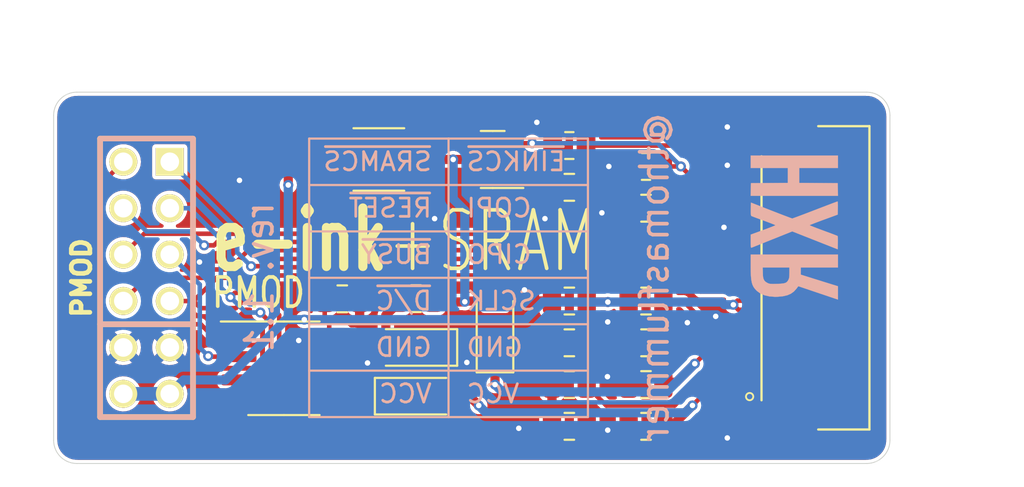
<source format=kicad_pcb>
(kicad_pcb (version 20201220) (generator pcbnew)
  (title_block (title "e-ink PMOD with SPI SRAM") (rev "1.1") (company "hackmeister.dk"))
  (layers (0 "F.Cu" signal) (31 "B.Cu" signal) (34 "B.Paste" user) (35 "F.Paste" user) (36 "B.SilkS" user "B.Silkscreen") (37 "F.SilkS" user "F.Silkscreen") (38 "B.Mask" user) (39 "F.Mask" user) (44 "Edge.Cuts" user))
  (net 0 "")
  (net 1 "GND")
  (net 2 "VGH")
  (net 3 "VGL")
  (net 4 "Net-(C9-Pad1)")
  (net 5 "Net-(C9-Pad2)")
  (net 6 "+3V3")
  (net 7 "RESE")
  (net 8 "GDR")
  (net 9 "Net-(C1-Pad1)")
  (net 10 "Net-(C2-Pad1)")
  (net 11 "Net-(C3-Pad1)")
  (net 12 "Net-(C4-Pad1)")
  (net 13 "Net-(C5-Pad1)")
  (net 14 "Net-(C6-Pad1)")
  (net 15 "SRAM_CS")
  (net 16 "COPI")
  (net 17 "EINK_CS")
  (net 18 "EINK_DC")
  (net 19 "EINK_RESET")
  (net 20 "EINK_BUSY")
  (net 21 "Net-(C11-Pad1)")
  (net 22 "CIPO")
  (net 23 "SCLK")
  (net 24 "Net-(X1-Pad7)")
  (net 25 "Net-(X1-Pad6)")
  (net 26 "Net-(X1-Pad1)")
  (footprint "Capacitor_SMD:C_0805_2012Metric" (layer "F.Cu") (at 114.554 75.057 180)
    (fp_text reference "C1" hide)
    (fp_text value "1uF")
    (fp_line (start -0.261252 0.735) (end 0.261252 0.735) (layer "F.SilkS") (width 0.12))
    (fp_line (start -0.261252 -0.735) (end 0.261252 -0.735) (layer "F.SilkS") (width 0.12))
    (pad "1" smd roundrect (at -0.95 0 180) (size 1 1.45) (layers "F.Cu" "F.Paste" "F.Mask") (net 9 "Net-(C1-Pad1)"))
    (pad "2" smd roundrect (at 0.95 0 180) (size 1 1.45) (layers "F.Cu" "F.Paste" "F.Mask") (net 1 "GND"))
  )
  (footprint "Capacitor_SMD:C_0805_2012Metric" (layer "F.Cu") (at 118.745 76.2 180)
    (fp_text reference "C2" hide)
    (fp_text value "1uF")
    (fp_line (start -0.261252 -0.735) (end 0.261252 -0.735) (layer "F.SilkS") (width 0.12))
    (fp_line (start -0.261252 0.735) (end 0.261252 0.735) (layer "F.SilkS") (width 0.12))
    (pad "1" smd roundrect (at -0.95 0 180) (size 1 1.45) (layers "F.Cu" "F.Paste" "F.Mask") (net 10 "Net-(C2-Pad1)"))
    (pad "2" smd roundrect (at 0.95 0 180) (size 1 1.45) (layers "F.Cu" "F.Paste" "F.Mask") (net 1 "GND"))
  )
  (footprint "Capacitor_SMD:C_0805_2012Metric" (layer "F.Cu") (at 114.554 83.566 180)
    (fp_text reference "C4" hide)
    (fp_text value "1uF")
    (fp_line (start -0.261252 -0.735) (end 0.261252 -0.735) (layer "F.SilkS") (width 0.12))
    (fp_line (start -0.261252 0.735) (end 0.261252 0.735) (layer "F.SilkS") (width 0.12))
    (pad "1" smd roundrect (at -0.95 0 180) (size 1 1.45) (layers "F.Cu" "F.Paste" "F.Mask") (net 12 "Net-(C4-Pad1)"))
    (pad "2" smd roundrect (at 0.95 0 180) (size 1 1.45) (layers "F.Cu" "F.Paste" "F.Mask") (net 1 "GND"))
  )
  (footprint "Capacitor_SMD:C_0805_2012Metric" (layer "F.Cu") (at 114.554 85.852 180)
    (fp_text reference "C5" hide)
    (fp_text value "1uF")
    (fp_line (start -0.261252 -0.735) (end 0.261252 -0.735) (layer "F.SilkS") (width 0.12))
    (fp_line (start -0.261252 0.735) (end 0.261252 0.735) (layer "F.SilkS") (width 0.12))
    (pad "1" smd roundrect (at -0.95 0 180) (size 1 1.45) (layers "F.Cu" "F.Paste" "F.Mask") (net 13 "Net-(C5-Pad1)"))
    (pad "2" smd roundrect (at 0.95 0 180) (size 1 1.45) (layers "F.Cu" "F.Paste" "F.Mask") (net 1 "GND"))
  )
  (footprint "Capacitor_SMD:C_0805_2012Metric" (layer "F.Cu") (at 114.554 88.138 180)
    (fp_text reference "C6" hide)
    (fp_text value "1uF")
    (fp_line (start -0.261252 0.735) (end 0.261252 0.735) (layer "F.SilkS") (width 0.12))
    (fp_line (start -0.261252 -0.735) (end 0.261252 -0.735) (layer "F.SilkS") (width 0.12))
    (pad "1" smd roundrect (at -0.95 0 180) (size 1 1.45) (layers "F.Cu" "F.Paste" "F.Mask") (net 14 "Net-(C6-Pad1)"))
    (pad "2" smd roundrect (at 0.95 0 180) (size 1 1.45) (layers "F.Cu" "F.Paste" "F.Mask") (net 1 "GND"))
  )
  (footprint "Capacitor_SMD:C_0805_2012Metric" (layer "F.Cu") (at 118.745 85.852)
    (fp_text reference "C7" hide)
    (fp_text value "1uF")
    (fp_line (start -0.261252 -0.735) (end 0.261252 -0.735) (layer "F.SilkS") (width 0.12))
    (fp_line (start -0.261252 0.735) (end 0.261252 0.735) (layer "F.SilkS") (width 0.12))
    (pad "1" smd roundrect (at -0.95 0) (size 1 1.45) (layers "F.Cu" "F.Paste" "F.Mask") (net 1 "GND"))
    (pad "2" smd roundrect (at 0.95 0) (size 1 1.45) (layers "F.Cu" "F.Paste" "F.Mask") (net 2 "VGH"))
  )
  (footprint "Capacitor_SMD:C_0805_2012Metric" (layer "F.Cu") (at 118.745 88.138)
    (fp_text reference "C8" hide)
    (fp_text value "1uF")
    (fp_line (start -0.261252 0.735) (end 0.261252 0.735) (layer "F.SilkS") (width 0.12))
    (fp_line (start -0.261252 -0.735) (end 0.261252 -0.735) (layer "F.SilkS") (width 0.12))
    (pad "1" smd roundrect (at -0.95 0) (size 1 1.45) (layers "F.Cu" "F.Paste" "F.Mask") (net 1 "GND"))
    (pad "2" smd roundrect (at 0.95 0) (size 1 1.45) (layers "F.Cu" "F.Paste" "F.Mask") (net 3 "VGL"))
  )
  (footprint "Capacitor_SMD:C_0805_2012Metric" (layer "F.Cu") (at 106.172 81.15)
    (fp_text reference "C9" hide)
    (fp_text value "1uF")
    (fp_line (start -0.261252 0.735) (end 0.261252 0.735) (layer "F.SilkS") (width 0.12))
    (fp_line (start -0.261252 -0.735) (end 0.261252 -0.735) (layer "F.SilkS") (width 0.12))
    (pad "1" smd roundrect (at -0.95 0) (size 1 1.45) (layers "F.Cu" "F.Paste" "F.Mask") (net 4 "Net-(C9-Pad1)"))
    (pad "2" smd roundrect (at 0.95 0) (size 1 1.45) (layers "F.Cu" "F.Paste" "F.Mask") (net 5 "Net-(C9-Pad2)"))
  )
  (footprint "Capacitor_SMD:C_0805_2012Metric" (layer "F.Cu") (at 114.554 81.28 180)
    (fp_text reference "C10" hide)
    (fp_text value "2.2uF")
    (fp_line (start -0.261252 0.735) (end 0.261252 0.735) (layer "F.SilkS") (width 0.12))
    (fp_line (start -0.261252 -0.735) (end 0.261252 -0.735) (layer "F.SilkS") (width 0.12))
    (pad "1" smd roundrect (at -0.95 0 180) (size 1 1.45) (layers "F.Cu" "F.Paste" "F.Mask") (net 6 "+3V3"))
    (pad "2" smd roundrect (at 0.95 0 180) (size 1 1.45) (layers "F.Cu" "F.Paste" "F.Mask") (net 1 "GND"))
  )
  (footprint "Diode_SMD:D_SOD-123" (layer "F.Cu") (at 106.172 86.487)
    (fp_text reference "D1" hide)
    (fp_text value "D_Schottky")
    (fp_line (start -2.25 -1) (end -2.25 1) (layer "F.SilkS") (width 0.12))
    (fp_line (start -2.25 1) (end 1.65 1) (layer "F.SilkS") (width 0.12))
    (fp_line (start -2.25 -1) (end 1.65 -1) (layer "F.SilkS") (width 0.12))
    (pad "1" smd rect (at -1.65 0) (size 0.9 1.2) (layers "F.Cu" "F.Paste" "F.Mask") (net 4 "Net-(C9-Pad1)"))
    (pad "2" smd rect (at 1.65 0) (size 0.9 1.2) (layers "F.Cu" "F.Paste" "F.Mask") (net 3 "VGL"))
  )
  (footprint "Diode_SMD:D_SOD-123" (layer "F.Cu") (at 106.172 83.82 180)
    (fp_text reference "D2" hide)
    (fp_text value "D_Schottky")
    (fp_line (start -2.25 1) (end 1.65 1) (layer "F.SilkS") (width 0.12))
    (fp_line (start -2.25 -1) (end -2.25 1) (layer "F.SilkS") (width 0.12))
    (fp_line (start -2.25 -1) (end 1.65 -1) (layer "F.SilkS") (width 0.12))
    (pad "1" smd rect (at -1.65 0 180) (size 0.9 1.2) (layers "F.Cu" "F.Paste" "F.Mask") (net 1 "GND"))
    (pad "2" smd rect (at 1.65 0 180) (size 0.9 1.2) (layers "F.Cu" "F.Paste" "F.Mask") (net 4 "Net-(C9-Pad1)"))
  )
  (footprint "Diode_SMD:D_SOD-123" (layer "F.Cu") (at 110.49 82.931 90)
    (fp_text reference "D3" hide)
    (fp_text value "D_Schottky")
    (fp_line (start -2.25 -1) (end -2.25 1) (layer "F.SilkS") (width 0.12))
    (fp_line (start -2.25 -1) (end 1.65 -1) (layer "F.SilkS") (width 0.12))
    (fp_line (start -2.25 1) (end 1.65 1) (layer "F.SilkS") (width 0.12))
    (pad "1" smd rect (at -1.65 0 90) (size 0.9 1.2) (layers "F.Cu" "F.Paste" "F.Mask") (net 2 "VGH"))
    (pad "2" smd rect (at 1.65 0 90) (size 0.9 1.2) (layers "F.Cu" "F.Paste" "F.Mask") (net 5 "Net-(C9-Pad2)"))
  )
  (footprint "Inductor_SMD:L_1812_4532Metric" (layer "F.Cu") (at 104.14 73.533 180)
    (fp_text reference "L1" hide)
    (fp_text value "68uH")
    (fp_line (start -1.386252 1.71) (end 1.386252 1.71) (layer "F.SilkS") (width 0.12))
    (fp_line (start -1.386252 -1.71) (end 1.386252 -1.71) (layer "F.SilkS") (width 0.12))
    (pad "1" smd roundrect (at -2.1375 0 180) (size 1.125 3.4) (layers "F.Cu" "F.Paste" "F.Mask") (roundrect_rratio 0.222222) (net 5 "Net-(C9-Pad2)"))
    (pad "2" smd roundrect (at 2.1375 0 180) (size 1.125 3.4) (layers "F.Cu" "F.Paste" "F.Mask") (roundrect_rratio 0.222222) (net 6 "+3V3"))
  )
  (footprint "Resistor_SMD:R_0805_2012Metric" (layer "F.Cu") (at 114.554 72.771 180)
    (fp_text reference "R1" hide)
    (fp_text value "10K")
    (fp_line (start -0.227064 0.735) (end 0.227064 0.735) (layer "F.SilkS") (width 0.12))
    (fp_line (start -0.227064 -0.735) (end 0.227064 -0.735) (layer "F.SilkS") (width 0.12))
    (pad "1" smd roundrect (at -0.9125 0 180) (size 1.025 1.4) (layers "F.Cu" "F.Paste" "F.Mask") (roundrect_rratio 0.243902) (net 8 "GDR"))
    (pad "2" smd roundrect (at 0.9125 0 180) (size 1.025 1.4) (layers "F.Cu" "F.Paste" "F.Mask") (roundrect_rratio 0.243902) (net 1 "GND"))
  )
  (footprint "Resistor_SMD:R_0805_2012Metric" (layer "F.Cu") (at 118.745 73.914 180)
    (fp_text reference "R2" hide)
    (fp_text value "2.2R")
    (fp_line (start -0.227064 -0.735) (end 0.227064 -0.735) (layer "F.SilkS") (width 0.12))
    (fp_line (start -0.227064 0.735) (end 0.227064 0.735) (layer "F.SilkS") (width 0.12))
    (pad "1" smd roundrect (at -0.9125 0 180) (size 1.025 1.4) (layers "F.Cu" "F.Paste" "F.Mask") (roundrect_rratio 0.243902) (net 7 "RESE"))
    (pad "2" smd roundrect (at 0.9125 0 180) (size 1.025 1.4) (layers "F.Cu" "F.Paste" "F.Mask") (roundrect_rratio 0.243902) (net 1 "GND"))
  )
  (footprint "Connectors:MOLEX_52435-2471" (layer "F.Cu") (at 124.46 80.01 90)
    (fp_text reference "X1" hide)
    (fp_text value "52435-2471" hide)
    (fp_poly (pts (xy -9.4 0.4) (xy -9.4 2.6) (xy -8.3 2.6) (xy -8.3 3.45) (xy -7 3.45) (xy -7 0.4)) (layer "F.Cu") (width 0) (fill solid))
    (fp_poly (pts (xy 9.4 0.4) (xy 9.4 2.6) (xy 8.3 2.6) (xy 8.3 3.45) (xy 7 3.45) (xy 7 0.4)) (layer "F.Cu") (width 0) (fill solid))
    (fp_poly (pts (xy 9.4 0.4) (xy 9.4 2.6) (xy 8.3 2.6) (xy 8.3 3.45) (xy 7 3.45) (xy 7 0.4)) (layer "F.Cu") (width 0) (fill solid))
    (fp_poly (pts (xy -9.4 0.4) (xy -9.4 2.6) (xy -8.3 2.6) (xy -8.3 3.45) (xy -7 3.45) (xy -7 0.4)) (layer "F.Cu") (width 0) (fill solid))
    (fp_line (start -8.3 6.5) (end -8.3 3.7) (layer "F.SilkS") (width 0.127))
    (fp_line (start 6.65 0.6) (end -6.7 0.6) (layer "F.SilkS") (width 0.127))
    (fp_line (start -8.3 6.5) (end 8.3 6.5) (layer "F.SilkS") (width 0.127))
    (fp_line (start 8.3 6.5) (end 8.3 3.7) (layer "F.SilkS") (width 0.127))
    (fp_circle (center -6.5 -0.05) (end -6.3 -0.05) (layer "F.SilkS") (width 0.1) (fill none))
    (pad "1" smd rect (at 5.75 0 90) (size 0.3 0.8) (layers "F.Cu" "F.Paste" "F.Mask") (net 26 "Net-(X1-Pad1)"))
    (pad "2" smd rect (at 5.25 0 90) (size 0.3 0.8) (layers "F.Cu" "F.Paste" "F.Mask") (net 8 "GDR"))
    (pad "3" smd rect (at 4.75 0 90) (size 0.3 0.8) (layers "F.Cu" "F.Paste" "F.Mask") (net 7 "RESE"))
    (pad "4" smd rect (at 4.25 0 90) (size 0.3 0.8) (layers "F.Cu" "F.Paste" "F.Mask") (net 9 "Net-(C1-Pad1)"))
    (pad "5" smd rect (at 3.75 0 90) (size 0.3 0.8) (layers "F.Cu" "F.Paste" "F.Mask") (net 10 "Net-(C2-Pad1)"))
    (pad "6" smd rect (at 3.25 0 90) (size 0.3 0.8) (layers "F.Cu" "F.Paste" "F.Mask") (net 25 "Net-(X1-Pad6)"))
    (pad "7" smd rect (at 2.75 0 90) (size 0.3 0.8) (layers "F.Cu" "F.Paste" "F.Mask") (net 24 "Net-(X1-Pad7)"))
    (pad "8" smd rect (at 2.25 0 90) (size 0.3 0.8) (layers "F.Cu" "F.Paste" "F.Mask") (net 1 "GND"))
    (pad "9" smd rect (at 1.75 0 90) (size 0.3 0.8) (layers "F.Cu" "F.Paste" "F.Mask") (net 20 "EINK_BUSY"))
    (pad "10" smd rect (at 1.25 0 90) (size 0.3 0.8) (layers "F.Cu" "F.Paste" "F.Mask") (net 19 "EINK_RESET"))
    (pad "11" smd rect (at 0.75 0 90) (size 0.3 0.8) (layers "F.Cu" "F.Paste" "F.Mask") (net 18 "EINK_DC"))
    (pad "12" smd rect (at 0.25 0 90) (size 0.3 0.8) (layers "F.Cu" "F.Paste" "F.Mask") (net 17 "EINK_CS"))
    (pad "13" smd rect (at -0.25 0 90) (size 0.3 0.8) (layers "F.Cu" "F.Paste" "F.Mask") (net 23 "SCLK"))
    (pad "14" smd rect (at -0.75 0 90) (size 0.3 0.8) (layers "F.Cu" "F.Paste" "F.Mask") (net 16 "COPI"))
    (pad "15" smd rect (at -1.25 0 90) (size 0.3 0.8) (layers "F.Cu" "F.Paste" "F.Mask") (net 6 "+3V3"))
    (pad "16" smd rect (at -1.75 0 90) (size 0.3 0.8) (layers "F.Cu" "F.Paste" "F.Mask") (net 6 "+3V3"))
    (pad "17" smd rect (at -2.25 0 90) (size 0.3 0.8) (layers "F.Cu" "F.Paste" "F.Mask") (net 1 "GND"))
    (pad "18" smd rect (at -2.75 0 90) (size 0.3 0.8) (layers "F.Cu" "F.Paste" "F.Mask") (net 11 "Net-(C3-Pad1)"))
    (pad "19" smd rect (at -3.25 0 90) (size 0.3 0.8) (layers "F.Cu" "F.Paste" "F.Mask") (net 21 "Net-(C11-Pad1)"))
    (pad "20" smd rect (at -3.75 0 90) (size 0.3 0.8) (layers "F.Cu" "F.Paste" "F.Mask") (net 12 "Net-(C4-Pad1)"))
    (pad "21" smd rect (at -4.25 0 90) (size 0.3 0.8) (layers "F.Cu" "F.Paste" "F.Mask") (net 2 "VGH"))
    (pad "22" smd rect (at -4.75 0 90) (size 0.3 0.8) (layers "F.Cu" "F.Paste" "F.Mask") (net 13 "Net-(C5-Pad1)"))
    (pad "23" smd rect (at -5.25 0 90) (size 0.3 0.8) (layers "F.Cu" "F.Paste" "F.Mask") (net 3 "VGL"))
    (pad "24" smd rect (at -5.75 0 90) (size 0.3 0.8) (layers "F.Cu" "F.Paste" "F.Mask") (net 14 "Net-(C6-Pad1)"))
  )
  (footprint "pmod-conn_6x2:pmod_pin_array_6x2" (layer "F.Cu") (at 91.44 80.01)
    (fp_text reference "PMOD" (at -3.556 0 90) (layer "F.SilkS") (effects (font (size 1.016 1.016) (thickness 0.254))))
    (fp_text value "QMOD-Device-x2-Type-1A-GPIO" hide)
    (fp_line (start 2.54 -7.62) (end -2.54 -7.62) (layer "B.SilkS") (width 0.3048))
    (fp_line (start -2.54 -7.62) (end -2.54 7.62) (layer "B.SilkS") (width 0.3048))
    (fp_line (start -2.54 7.62) (end 2.54 7.62) (layer "B.SilkS") (width 0.3048))
    (fp_line (start 2.54 7.62) (end 2.54 -7.62) (layer "B.SilkS") (width 0.3048))
    (fp_line (start 2.54 2.54) (end -2.54 2.54) (layer "B.SilkS") (width 0.3048))
    (fp_line (start -2.54 7.62) (end 2.54 7.62) (layer "F.SilkS") (width 0.3048))
    (fp_line (start 2.54 2.54) (end -2.54 2.54) (layer "F.SilkS") (width 0.3048))
    (fp_line (start 2.54 7.62) (end 2.54 -7.62) (layer "F.SilkS") (width 0.3048))
    (fp_line (start 2.54 -7.62) (end -2.54 -7.62) (layer "F.SilkS") (width 0.3048))
    (fp_line (start -2.54 -7.62) (end -2.54 7.62) (layer "F.SilkS") (width 0.3048))
    (pad "1" thru_hole circle (at -1.27 -6.35 270) (size 1.524 1.524) (drill 1.016) (layers *.Cu *.Mask "F.SilkS") (net 15 "SRAM_CS"))
    (pad "2" thru_hole rect (at 1.27 -6.35) (size 1.524 1.524) (drill 1.016) (layers *.Cu *.Mask "F.SilkS") (net 17 "EINK_CS"))
    (pad "3" thru_hole circle (at -1.27 -3.81 270) (size 1.524 1.524) (drill 1.016) (layers *.Cu *.Mask "F.SilkS") (net 19 "EINK_RESET"))
    (pad "4" thru_hole circle (at 1.27 -3.81 270) (size 1.524 1.524) (drill 1.016) (layers *.Cu *.Mask "F.SilkS") (net 16 "COPI"))
    (pad "5" thru_hole circle (at -1.27 -1.27 270) (size 1.524 1.524) (drill 1.016) (layers *.Cu *.Mask "F.SilkS") (net 20 "EINK_BUSY"))
    (pad "6" thru_hole circle (at 1.27 -1.27 270) (size 1.524 1.524) (drill 1.016) (layers *.Cu *.Mask "F.SilkS") (net 22 "CIPO"))
    (pad "7" thru_hole circle (at -1.27 1.27 270) (size 1.524 1.524) (drill 1.016) (layers *.Cu *.Mask "F.SilkS") (net 18 "EINK_DC"))
    (pad "8" thru_hole circle (at 1.27 1.27 270) (size 1.524 1.524) (drill 1.016) (layers *.Cu *.Mask "F.SilkS") (net 23 "SCLK"))
    (pad "9" thru_hole circle (at -1.27 3.81 270) (size 1.524 1.524) (drill 1.016) (layers *.Cu *.Mask "F.SilkS") (net 1 "GND"))
    (pad "10" thru_hole circle (at 1.27 3.81 270) (size 1.524 1.524) (drill 1.016) (layers *.Cu *.Mask "F.SilkS") (net 1 "GND"))
    (pad "11" thru_hole circle (at -1.27 6.35 270) (size 1.524 1.524) (drill 1.016) (layers *.Cu *.Mask "F.SilkS") (net 6 "+3V3"))
    (pad "12" thru_hole circle (at 1.27 6.35 270) (size 1.524 1.524) (drill 1.016) (layers *.Cu *.Mask "F.SilkS") (net 6 "+3V3"))
  )
  (footprint "Package_TO_SOT_SMD:SOT-23" (layer "F.Cu") (at 110.363 73.533 180)
    (fp_text reference "Q1" hide)
    (fp_text value "Q_NMOS_GSD")
    (fp_line (start 0 -1.56) (end -1.675 -1.56) (layer "F.SilkS") (width 0.12))
    (fp_line (start 0 -1.56) (end 0.65 -1.56) (layer "F.SilkS") (width 0.12))
    (fp_line (start 0 1.56) (end 0.65 1.56) (layer "F.SilkS") (width 0.12))
    (fp_line (start 0 1.56) (end -0.65 1.56) (layer "F.SilkS") (width 0.12))
    (pad "1" smd roundrect (at -0.9375 -0.95 180) (size 1.475 0.6) (layers "F.Cu" "F.Paste" "F.Mask") (net 8 "GDR"))
    (pad "2" smd roundrect (at -0.9375 0.95 180) (size 1.475 0.6) (layers "F.Cu" "F.Paste" "F.Mask") (net 7 "RESE"))
    (pad "3" smd roundrect (at 0.9375 0 180) (size 1.475 0.6) (layers "F.Cu" "F.Paste" "F.Mask") (net 5 "Net-(C9-Pad2)"))
  )
  (footprint "Capacitor_SMD:C_0805_2012Metric" (layer "F.Cu") (at 118.745 83.566 180)
    (fp_text reference "C11" hide)
    (fp_text value "1uF")
    (fp_line (start -0.261252 -0.735) (end 0.261252 -0.735) (layer "F.SilkS") (width 0.12))
    (fp_line (start -0.261252 0.735) (end 0.261252 0.735) (layer "F.SilkS") (width 0.12))
    (pad "1" smd roundrect (at -0.95 0 180) (size 1 1.45) (layers "F.Cu" "F.Paste" "F.Mask") (net 21 "Net-(C11-Pad1)"))
    (pad "2" smd roundrect (at 0.95 0 180) (size 1 1.45) (layers "F.Cu" "F.Paste" "F.Mask") (net 1 "GND"))
  )
  (footprint "Capacitor_SMD:C_0805_2012Metric" (layer "F.Cu") (at 118.745 81.28 180)
    (fp_text reference "C3" hide)
    (fp_text value "1uF")
    (fp_line (start -0.261252 0.735) (end 0.261252 0.735) (layer "F.SilkS") (width 0.12))
    (fp_line (start -0.261252 -0.735) (end 0.261252 -0.735) (layer "F.SilkS") (width 0.12))
    (pad "1" smd roundrect (at -0.95 0 180) (size 1 1.45) (layers "F.Cu" "F.Paste" "F.Mask") (net 11 "Net-(C3-Pad1)"))
    (pad "2" smd roundrect (at 0.95 0 180) (size 1 1.45) (layers "F.Cu" "F.Paste" "F.Mask") (net 1 "GND"))
  )
  (footprint "Capacitor_SMD:C_0805_2012Metric" (layer "F.Cu") (at 102.14 81.16)
    (fp_text reference "C12" hide)
    (fp_text value "1uF")
    (fp_line (start -0.261252 0.735) (end 0.261252 0.735) (layer "F.SilkS") (width 0.12))
    (fp_line (start -0.261252 -0.735) (end 0.261252 -0.735) (layer "F.SilkS") (width 0.12))
    (pad "1" smd roundrect (at -0.95 0) (size 1 1.45) (layers "F.Cu" "F.Paste" "F.Mask") (net 6 "+3V3"))
    (pad "2" smd roundrect (at 0.95 0) (size 1 1.45) (layers "F.Cu" "F.Paste" "F.Mask") (net 1 "GND"))
  )
  (footprint "Package_SO:SOIC-8_3.9x4.9mm_P1.27mm" (layer "F.Cu") (at 98.95 84.96)
    (fp_text reference "U1" hide)
    (fp_text value "23K640-I/SN")
    (fp_line (start 0 2.56) (end 1.95 2.56) (layer "F.SilkS") (width 0.12))
    (fp_line (start 0 -2.56) (end -3.45 -2.56) (layer "F.SilkS") (width 0.12))
    (fp_line (start 0 2.56) (end -1.95 2.56) (layer "F.SilkS") (width 0.12))
    (fp_line (start 0 -2.56) (end 1.95 -2.56) (layer "F.SilkS") (width 0.12))
    (pad "1" smd roundrect (at -2.475 -1.905) (size 1.95 0.6) (layers "F.Cu" "F.Paste" "F.Mask") (net 15 "SRAM_CS"))
    (pad "2" smd roundrect (at -2.475 -0.635) (size 1.95 0.6) (layers "F.Cu" "F.Paste" "F.Mask") (net 22 "CIPO"))
    (pad "3" smd roundrect (at -2.475 0.635) (size 1.95 0.6) (layers "F.Cu" "F.Paste" "F.Mask"))
    (pad "4" smd roundrect (at -2.475 1.905) (size 1.95 0.6) (layers "F.Cu" "F.Paste" "F.Mask") (net 1 "GND"))
    (pad "5" smd roundrect (at 2.475 1.905) (size 1.95 0.6) (layers "F.Cu" "F.Paste" "F.Mask") (net 16 "COPI"))
    (pad "6" smd roundrect (at 2.475 0.635) (size 1.95 0.6) (layers "F.Cu" "F.Paste" "F.Mask") (net 23 "SCLK"))
    (pad "7" smd roundrect (at 2.475 -0.635) (size 1.95 0.6) (layers "F.Cu" "F.Paste" "F.Mask") (net 6 "+3V3"))
    (pad "8" smd roundrect (at 2.475 -1.905) (size 1.95 0.6) (layers "F.Cu" "F.Paste" "F.Mask") (net 6 "+3V3"))
  )
  (footprint "Aesthetics:HXR_logo_small" (layer "B.Cu") (at 126.84 79.98 -90)
    (fp_text reference "G***" hide)
    (fp_text value "LOGO" hide)
    (fp_poly (pts (xy -0.599722 2.370249) (xy -0.316172 2.367605) (xy -0.081575 2.35881) (xy 0.111399 2.34197) (xy 0.27008 2.315186) (xy 0.4018 2.276564) (xy 0.513888 2.224206) (xy 0.613675 2.156216) (xy 0.708491 2.070698) (xy 0.757937 2.019027) (xy 0.88906 1.8362) (xy 0.985093 1.611957) (xy 1.045089 1.349832) (xy 1.068098 1.053359) (xy 1.064606 0.876182) (xy 1.036787 0.600167) (xy 0.982238 0.368612) (xy 0.898022 0.174793) (xy 0.781202 0.011986) (xy 0.628841 -0.126532) (xy 0.625616 -0.128948) (xy 0.488276 -0.231482) (xy 0.833135 -1.251685) (xy 0.911099 -1.482462) (xy 0.983922 -1.698281) (xy 1.049491 -1.892859) (xy 1.105692 -2.059911) (xy 1.150411 -2.193153) (xy 1.181534 -2.286302) (xy 1.196947 -2.333073) (xy 1.197677 -2.335389) (xy 1.217359 -2.398889) (xy 0.491466 -2.398889) (xy 0.300303 -1.785056) (xy 0.235268 -1.576438) (xy 0.166542 -1.356352) (xy 0.099081 -1.140643) (xy 0.037841 -0.945156) (xy -0.012223 -0.785734) (xy -0.017472 -0.769056) (xy -0.144085 -0.366889) (xy -0.536222 -0.366889) (xy -0.536222 -2.398889) (xy -1.241778 -2.398889) (xy -1.241778 0.254) (xy -0.536222 0.254) (xy -0.252876 0.254) (xy -0.108023 0.256422) (xy -0.004272 0.265145) (xy 0.073567 0.282353) (xy 0.140687 0.310229) (xy 0.141654 0.310721) (xy 0.216277 0.355559) (xy 0.271389 0.408965) (xy 0.310125 0.480021) (xy 0.335623 0.577808) (xy 0.35102 0.711409) (xy 0.359453 0.889903) (xy 0.360907 0.945444) (xy 0.363964 1.105038) (xy 0.363616 1.220063) (xy 0.358594 1.302355) (xy 0.347629 1.363749) (xy 0.329453 1.416082) (xy 0.305008 1.46691) (xy 0.246682 1.560604) (xy 0.176729 1.627357) (xy 0.084506 1.672) (xy -0.040629 1.699361) (xy -0.209318 1.714273) (xy -0.243657 1.715942) (xy -0.536222 1.728954) (xy -0.536222 0.254) (xy -1.241778 0.254) (xy -1.241778 2.370666) (xy -0.599722 2.370249)) (layer "B.SilkS") (width 0.01) (fill solid))
    (fp_poly (pts (xy -1.812515 2.369401) (xy -1.706375 2.365166) (xy -1.643442 2.357299) (xy -1.617123 2.345142) (xy -1.616209 2.335389) (xy -1.629315 2.302375) (xy -1.661155 2.222611) (xy -1.709472 2.10174) (xy -1.772005 1.945408) (xy -1.846499 1.75926) (xy -1.930693 1.54894) (xy -2.022331 1.320093) (xy -2.070652 1.199444) (xy -2.511513 0.098778) (xy -1.531237 -2.384778) (xy -1.885162 -2.392712) (xy -2.021206 -2.394064) (xy -2.136219 -2.392008) (xy -2.218757 -2.386976) (xy -2.257375 -2.379402) (xy -2.258313 -2.378601) (xy -2.272649 -2.347342) (xy -2.30363 -2.269953) (xy -2.34862 -2.15335) (xy -2.404983 -2.004451) (xy -2.470081 -1.830176) (xy -2.541279 -1.63744) (xy -2.554433 -1.601611) (xy -2.626184 -1.407604) (xy -2.692253 -1.232055) (xy -2.750039 -1.081626) (xy -2.796942 -0.96298) (xy -2.830363 -0.882779) (xy -2.847703 -0.847686) (xy -2.848997 -0.846667) (xy -2.862823 -0.872109) (xy -2.893261 -0.944034) (xy -2.937741 -1.05584) (xy -2.993691 -1.200926) (xy -3.058541 -1.37269) (xy -3.129718 -1.564531) (xy -3.148518 -1.615722) (xy -3.430367 -2.384778) (xy -3.789517 -2.392677) (xy -3.924683 -2.393793) (xy -4.03652 -2.391177) (xy -4.114503 -2.385335) (xy -4.148103 -2.376774) (xy -4.148666 -2.375368) (xy -4.138796 -2.344648) (xy -4.110533 -2.266655) (xy -4.065901 -2.146737) (xy -4.006923 -1.990245) (xy -3.935623 -1.802527) (xy -3.854025 -1.588933) (xy -3.764151 -1.354812) (xy -3.683 -1.144277) (xy -3.587603 -0.896437) (xy -3.498782 -0.66413) (xy -3.418566 -0.452777) (xy -3.348984 -0.267799) (xy -3.292067 -0.114615) (xy -3.249844 0.001354) (xy -3.224344 0.074687) (xy -3.217333 0.099371) (xy -3.22734 0.132958) (xy -3.255934 0.213393) (xy -3.300972 0.335022) (xy -3.360312 0.492191) (xy -3.431812 0.679249) (xy -3.513329 0.890541) (xy -3.602721 1.120415) (xy -3.652166 1.246845) (xy -4.086999 2.356555) (xy -3.731986 2.36449) (xy -3.557654 2.365906) (xy -3.43804 2.361056) (xy -3.371754 2.349854) (xy -3.357397 2.340749) (xy -3.34264 2.306314) (xy -3.311621 2.226462) (xy -3.267221 2.108873) (xy -3.212324 1.961227) (xy -3.149811 1.791206) (xy -3.102898 1.662536) (xy -3.0371 1.483483) (xy -2.976881 1.323459) (xy -2.925072 1.189678) (xy -2.884504 1.089357) (xy -2.858008 1.029711) (xy -2.849178 1.016) (xy -2.834794 1.04138) (xy -2.804063 1.112829) (xy -2.759756 1.223307) (xy -2.704648 1.365776) (xy -2.641511 1.533196) (xy -2.582333 1.693333) (xy -2.334287 2.370666) (xy -1.968457 2.370666) (xy -1.812515 2.369401)) (layer "B.SilkS") (width 0.01) (fill solid))
    (fp_poly (pts (xy -4.459111 -2.400626) (xy -5.150555 -2.384778) (xy -5.165353 -0.282222) (xy -5.983111 -0.282222) (xy -5.983111 -2.398889) (xy -6.660444 -2.398889) (xy -6.660444 2.370666) (xy -5.983111 2.370666) (xy -5.983111 0.338666) (xy -5.165379 0.338666) (xy -5.157967 1.347611) (xy -5.150555 2.356555) (xy -4.804833 2.36448) (xy -4.459111 2.372403) (xy -4.459111 -2.400626)) (layer "B.SilkS") (width 0.01) (fill solid))
  )
  (gr_line (start 100.33 72.39) (end 107.95 72.39) (layer "B.SilkS") (width 0.12))
  (gr_line (start 115.57 87.63) (end 107.95 87.63) (layer "B.SilkS") (width 0.12))
  (gr_line (start 100.33 85.09) (end 115.57 85.09) (layer "B.SilkS") (width 0.12))
  (gr_line (start 115.57 82.55) (end 100.33 82.55) (layer "B.SilkS") (width 0.12))
  (gr_line (start 107.95 72.39) (end 115.57 72.39) (layer "B.SilkS") (width 0.12))
  (gr_line (start 107.95 87.63) (end 100.33 87.63) (layer "B.SilkS") (width 0.12))
  (gr_line (start 100.33 80.01) (end 115.57 80.01) (layer "B.SilkS") (width 0.12))
  (gr_line (start 115.57 72.39) (end 115.57 87.63) (layer "B.SilkS") (width 0.12))
  (gr_line (start 100.33 74.93) (end 115.57 74.93) (layer "B.SilkS") (width 0.12))
  (gr_line (start 115.57 77.47) (end 100.33 77.47) (layer "B.SilkS") (width 0.12))
  (gr_line (start 100.33 87.63) (end 100.33 72.39) (layer "B.SilkS") (width 0.12))
  (gr_line (start 107.95 72.39) (end 107.95 87.63) (layer "B.SilkS") (width 0.12))
  (gr_line (start 86.36 88.9) (end 86.36 71.12) (layer "Edge.Cuts") (width 0.05))
  (gr_arc (start 87.63 71.12) (end 87.63 69.85) (angle -90) (layer "Edge.Cuts") (width 0.05))
  (gr_line (start 87.63 69.85) (end 130.81 69.85) (layer "Edge.Cuts") (width 0.05))
  (gr_arc (start 130.81 88.9) (end 130.81 90.17) (angle -90) (layer "Edge.Cuts") (width 0.05))
  (gr_arc (start 130.81 71.12) (end 132.08 71.12) (angle -90) (layer "Edge.Cuts") (width 0.05))
  (gr_arc (start 87.63 88.9) (end 86.36 88.9) (angle -90) (layer "Edge.Cuts") (width 0.05))
  (gr_line (start 132.08 71.12) (end 132.08 88.9) (layer "Edge.Cuts") (width 0.05))
  (gr_line (start 130.81 90.17) (end 87.63 90.17) (layer "Edge.Cuts") (width 0.05))
  (gr_text "@thomasflummer" (at 119.21 79.98 90) (layer "B.SilkS") (effects (font (size 1.5 1.4) (thickness 0.2)) (justify mirror)))
  (gr_text "VCC" (at 107.12 86.35) (layer "B.SilkS") (effects (font (size 1 1)) (justify left mirror)))
  (gr_text "~RESET" (at 107.12 76.19) (layer "B.SilkS") (effects (font (size 1 1)) (justify left mirror)))
  (gr_text "COPI" (at 108.85 76.19) (layer "B.SilkS") (effects (font (size 1 1)) (justify right mirror)))
  (gr_text "GND" (at 108.85 83.81) (layer "B.SilkS") (effects (font (size 1 1)) (justify right mirror)))
  (gr_text "~SRAMCS" (at 107.12 73.65) (layer "B.SilkS") (effects (font (size 1 1)) (justify left mirror)))
  (gr_text "SCLK" (at 108.85 81.27) (layer "B.SilkS") (effects (font (size 1 1)) (justify right mirror)))
  (gr_text "rev. 1.1" (at 97.61 79.98 90) (layer "B.SilkS") (effects (font (size 1.5 1.4) (thickness 0.2)) (justify mirror)))
  (gr_text "~BUSY" (at 107.12 78.73) (layer "B.SilkS") (effects (font (size 1 1)) (justify left mirror)))
  (gr_text "~D/C" (at 107.12 81.27) (layer "B.SilkS") (effects (font (size 1 1)) (justify left mirror)))
  (gr_text "GND" (at 107.12 83.81) (layer "B.SilkS") (effects (font (size 1 1)) (justify left mirror)))
  (gr_text "VCC" (at 108.85 86.35) (layer "B.SilkS") (effects (font (size 1 1)) (justify right mirror)))
  (gr_text "CIPO" (at 108.85 78.73) (layer "B.SilkS") (effects (font (size 1 1)) (justify right mirror)))
  (gr_text "~EINKCS" (at 108.85 73.65) (layer "B.SilkS") (effects (font (size 1 1)) (justify right mirror)))
  (gr_text "e-ink" (at 94.766 77.9344) (layer "F.SilkS") (effects (font (size 3.2 2.2) (thickness 0.5)) (justify left)))
  (gr_text "PMOD" (at 97.56 80.83) (layer "F.SilkS") (effects (font (size 1.6 1.2) (thickness 0.2))))
  (gr_text "+SRAM" (at 104.49 78.02) (layer "F.SilkS") (effects (font (size 3.2 2.2) (thickness 0.2)) (justify left)))
  (via (at 111.789184 88.245009) (size 0.55) (drill 0.3) (layers "F.Cu" "B.Cu") (net 1))
  (via (at 123.19 71.755) (size 0.55) (drill 0.3) (layers "F.Cu" "B.Cu") (net 1))
  (via (at 116.65204 88.34628) (size 0.55) (drill 0.3) (layers "F.Cu" "B.Cu") (net 1))
  (via (at 99.7585 83.439) (size 0.55) (drill 0.3) (layers "F.Cu" "B.Cu") (net 1))
  (via (at 116.65204 82.423) (size 0.55) (drill 0.3) (layers "F.Cu" "B.Cu") (net 1))
  (via (at 113.2205 76.7715) (size 0.55) (drill 0.3) (layers "F.Cu" "B.Cu") (net 1))
  (via (at 116.332 76.454) (size 0.55) (drill 0.3) (layers "F.Cu" "B.Cu") (net 1))
  (via (at 108.95 84.64) (size 0.55) (drill 0.3) (layers "F.Cu" "B.Cu") (net 1))
  (via (at 116.713 73.914) (size 0.55) (drill 0.3) (layers "F.Cu" "B.Cu") (net 1))
  (via (at 112.1 80.67) (size 0.55) (drill 0.3) (layers "F.Cu" "B.Cu") (net 1))
  (via (at 112.776 71.501) (size 0.55) (drill 0.3) (layers "F.Cu" "B.Cu") (net 1))
  (via (at 94.3356 79.1464) (size 0.55) (drill 0.3) (layers "F.Cu" "B.Cu") (net 1))
  (via (at 107.188 76.7715) (size 0.55) (drill 0.3) (layers "F.Cu" "B.Cu") (net 1))
  (via (at 122.555 82.1182) (size 0.55) (drill 0.3) (layers "F.Cu" "B.Cu") (net 1))
  (via (at 123.19 88.773) (size 0.55) (drill 0.3) (layers "F.Cu" "B.Cu") (net 1))
  (via (at 123.19 73.8505) (size 0.55) (drill 0.3) (layers "F.Cu" "B.Cu") (net 1))
  (via (at 96.52 74.676) (size 0.55) (drill 0.3) (layers "F.Cu" "B.Cu") (net 1))
  (via (at 123.00712 77.24648) (size 0.55) (drill 0.3) (layers "F.Cu" "B.Cu") (net 1))
  (via (at 103.52 84.67) (size 0.55) (drill 0.3) (layers "F.Cu" "B.Cu") (net 1))
  (via (at 116.6368 85.4202) (size 0.55) (drill 0.3) (layers "F.Cu" "B.Cu") (net 1))
  (via (at 121.0056 82.46364) (size 0.55) (drill 0.3) (layers "F.Cu" "B.Cu") (net 1))
  (segment (start 120.396 85.724988) (end 119.872012 85.724988) (width 0.5) (layer "F.Cu") (net 2))
  (segment (start 121.860988 84.26) (end 121.811987 84.309001) (width 0.25) (layer "F.Cu") (net 2))
  (segment (start 124.46 84.26) (end 121.860988 84.26) (width 0.25) (layer "F.Cu") (net 2))
  (segment (start 121.411988 84.709) (end 120.396 85.724988) (width 0.5) (layer "F.Cu") (net 2))
  (segment (start 121.811987 84.309001) (end 121.411988 84.709) (width 0.25) (layer "F.Cu") (net 2))
  (segment (start 110.49 85.852) (end 110.49 84.581) (width 0.5) (layer "F.Cu") (net 2))
  (segment (start 119.872012 85.724988) (end 119.745 85.852) (width 0.5) (layer "F.Cu") (net 2))
  (via (at 110.49 85.852) (size 0.55) (drill 0.3) (layers "F.Cu" "B.Cu") (net 2))
  (via (at 121.411988 84.709) (size 0.55) (drill 0.3) (layers "F.Cu" "B.Cu") (net 2))
  (segment (start 119.868989 86.251999) (end 121.011989 85.108999) (width 0.5) (layer "B.Cu") (net 2))
  (segment (start 110.889999 86.251999) (end 119.868989 86.251999) (width 0.5) (layer "B.Cu") (net 2))
  (segment (start 121.011989 85.108999) (end 121.411988 84.709) (width 0.5) (layer "B.Cu") (net 2))
  (segment (start 110.49 85.852) (end 110.889999 86.251999) (width 0.5) (layer "B.Cu") (net 2))
  (segment (start 120.142 88.138) (end 121.285 86.995) (width 0.5) (layer "F.Cu") (net 3))
  (segment (start 109.093 86.487) (end 109.601 86.995) (width 0.5) (layer "F.Cu") (net 3))
  (segment (start 124.46 85.26) (end 123.02 85.26) (width 0.25) (layer "F.Cu") (net 3))
  (segment (start 123.02 85.26) (end 121.285 86.995) (width 0.25) (layer "F.Cu") (net 3))
  (segment (start 107.822 86.487) (end 109.093 86.487) (width 0.5) (layer "F.Cu") (net 3))
  (segment (start 119.745 88.138) (end 120.142 88.138) (width 0.5) (layer "F.Cu") (net 3))
  (via (at 109.601 86.995) (size 0.55) (drill 0.3) (layers "F.Cu" "B.Cu") (net 3))
  (via (at 121.285 86.995) (size 0.55) (drill 0.3) (layers "F.Cu" "B.Cu") (net 3))
  (segment (start 110.000999 87.394999) (end 120.885001 87.394999) (width 0.5) (layer "B.Cu") (net 3))
  (segment (start 109.601 86.995) (end 110.000999 87.394999) (width 0.5) (layer "B.Cu") (net 3))
  (segment (start 120.885001 87.394999) (end 121.285 86.995) (width 0.5) (layer "B.Cu") (net 3))
  (segment (start 104.522 83.82) (end 104.522 82.057) (width 0.5) (layer "F.Cu") (net 4))
  (segment (start 104.522 86.487) (end 104.522 83.82) (width 0.5) (layer "F.Cu") (net 4))
  (segment (start 104.522 82.057) (end 105.172 81.407) (width 0.5) (layer "F.Cu") (net 4))
  (segment (start 110.49 81.281) (end 108.87699 81.281) (width 0.5) (layer "F.Cu") (net 5))
  (segment (start 107.249 81.33) (end 108.82799 81.33) (width 0.5) (layer "F.Cu") (net 5))
  (segment (start 108.87699 81.281) (end 108.839 81.31899) (width 0.5) (layer "F.Cu") (net 5))
  (segment (start 107.172 81.407) (end 107.249 81.33) (width 0.5) (layer "F.Cu") (net 5))
  (segment (start 109.363 73.533) (end 108.204 73.533) (width 0.5) (layer "F.Cu") (net 5))
  (segment (start 108.82799 81.33) (end 108.839 81.31899) (width 0.5) (layer "F.Cu") (net 5))
  (segment (start 106.58 73.533) (end 108.204 73.533) (width 0.5) (layer "F.Cu") (net 5))
  (via (at 108.204 73.533) (size 0.55) (drill 0.3) (layers "F.Cu" "B.Cu") (net 5))
  (via (at 108.839 81.31899) (size 0.55) (drill 0.3) (layers "F.Cu" "B.Cu") (net 5))
  (segment (start 108.204 75.692) (end 108.839 76.327) (width 0.5) (layer "B.Cu") (net 5))
  (segment (start 108.839 76.327) (end 108.839 81.31899) (width 0.5) (layer "B.Cu") (net 5))
  (segment (start 108.204 73.533) (end 108.204 75.692) (width 0.5) (layer "B.Cu") (net 5))
  (segment (start 101.124 82.296) (end 100.064 82.296) (width 0.25) (layer "F.Cu") (net 6))
  (segment (start 101.18 82.24) (end 101.124 82.296) (width 0.25) (layer "F.Cu") (net 6))
  (segment (start 102.875 84.325) (end 101.425 84.325) (width 0.25) (layer "F.Cu") (net 6))
  (segment (start 101.18 82.24) (end 101.18 81.34) (width 0.25) (layer "F.Cu") (net 6))
  (segment (start 101.425 83.055) (end 101.425 82.485) (width 0.25) (layer "F.Cu") (net 6))
  (segment (start 103.04 83.3) (end 103.04 84.16) (width 0.25) (layer "F.Cu") (net 6))
  (segment (start 115.609011 81.335011) (end 115.554 81.28) (width 0.5) (layer "F.Cu") (net 6))
  (segment (start 101.425 82.485) (end 101.18 82.24) (width 0.25) (layer "F.Cu") (net 6))
  (segment (start 115.574 81.26) (end 115.554 81.28) (width 0.25) (layer "F.Cu") (net 6))
  (segment (start 115.554 81.28) (end 115.554 81.405) (width 0.5) (layer "F.Cu") (net 6))
  (segment (start 103.04 84.16) (end 102.875 84.325) (width 0.25) (layer "F.Cu") (net 6))
  (segment (start 99.7585 73.533) (end 101.7 73.533) (width 0.5) (layer "F.Cu") (net 6))
  (segment (start 102.795 83.055) (end 103.04 83.3) (width 0.25) (layer "F.Cu") (net 6))
  (segment (start 99.187 74.93) (end 99.187 74.1045) (width 0.5) (layer "F.Cu") (net 6))
  (segment (start 99.187 74.1045) (end 99.7585 73.533) (width 0.5) (layer "F.Cu") (net 6))
  (segment (start 123.5202 81.4832) (end 123.797 81.76) (width 0.25) (layer "F.Cu") (net 6))
  (segment (start 101.425 83.055) (end 102.795 83.055) (width 0.25) (layer "F.Cu") (net 6))
  (segment (start 123.7434 81.26) (end 123.5202 81.4832) (width 0.25) (layer "F.Cu") (net 6))
  (segment (start 123.797 81.76) (end 124.46 81.76) (width 0.25) (layer "F.Cu") (net 6))
  (segment (start 124.46 81.26) (end 123.7434 81.26) (width 0.25) (layer "F.Cu") (net 6))
  (segment (start 116.657989 81.335011) (end 115.609011 81.335011) (width 0.5) (layer "F.Cu") (net 6))
  (via (at 100.064 82.296) (size 0.55) (drill 0.3) (layers "F.Cu" "B.Cu") (net 6))
  (via (at 116.657989 81.335011) (size 0.55) (drill 0.3) (layers "F.Cu" "B.Cu") (net 6))
  (via (at 99.187 74.93) (size 0.55) (drill 0.3) (layers "F.Cu" "B.Cu") (net 6))
  (via (at 123.5202 81.4832) (size 0.55) (drill 0.3) (layers "F.Cu" "B.Cu") (net 6))
  (segment (start 116.657989 81.335011) (end 122.889411 81.335011) (width 0.5) (layer "B.Cu") (net 6))
  (segment (start 116.657989 81.335011) (end 113.101989 81.335011) (width 0.5) (layer "B.Cu") (net 6))
  (segment (start 100.064 82.296) (end 99.314 82.296) (width 0.5) (layer "B.Cu") (net 6))
  (segment (start 90.17 86.36) (end 92.71 86.36) (width 0.75) (layer "B.Cu") (net 6))
  (segment (start 95.757999 85.598001) (end 99.187 82.169) (width 0.5) (layer "B.Cu") (net 6))
  (segment (start 99.187 74.93) (end 99.187 82.169) (width 0.5) (layer "B.Cu") (net 6))
  (segment (start 99.314 82.296) (end 99.187 82.169) (width 0.5) (layer "B.Cu") (net 6))
  (segment (start 92.71 86.36) (end 93.471999 85.598001) (width 0.5) (layer "B.Cu") (net 6))
  (segment (start 93.471999 85.598001) (end 95.757999 85.598001) (width 0.5) (layer "B.Cu") (net 6))
  (segment (start 113.101989 81.335011) (end 112.141 82.296) (width 0.5) (layer "B.Cu") (net 6))
  (segment (start 122.889411 81.335011) (end 123.0376 81.4832) (width 0.5) (layer "B.Cu") (net 6))
  (segment (start 123.0376 81.4832) (end 123.5202 81.4832) (width 0.5) (layer "B.Cu") (net 6))
  (segment (start 112.141 82.296) (end 100.064 82.296) (width 0.5) (layer "B.Cu") (net 6))
  (segment (start 111.424 72.644) (end 111.363 72.583) (width 0.25) (layer "F.Cu") (net 7))
  (segment (start 112.522 72.644) (end 111.424 72.644) (width 0.25) (layer "F.Cu") (net 7))
  (segment (start 124.46 75.26) (end 122.00108 75.26) (width 0.25) (layer "F.Cu") (net 7))
  (segment (start 122.00108 75.26) (end 120.65508 73.914) (width 0.25) (layer "F.Cu") (net 7))
  (segment (start 120.65 73.914) (end 119.695 73.914) (width 0.25) (layer "F.Cu") (net 7))
  (segment (start 120.65508 73.914) (end 120.65 73.914) (width 0.25) (layer "F.Cu") (net 7))
  (via (at 112.522 72.644) (size 0.55) (drill 0.3) (layers "F.Cu" "B.Cu") (net 7))
  (via (at 120.65 73.914) (size 0.55) (drill 0.3) (layers "F.Cu" "B.Cu") (net 7))
  (segment (start 120.65 73.914) (end 119.38 72.644) (width 0.25) (layer "B.Cu") (net 7))
  (segment (start 119.38 72.644) (end 112.522 72.644) (width 0.25) (layer "B.Cu") (net 7))
  (segment (start 114.675 73.9) (end 115.504 73.071) (width 0.25) (layer "F.Cu") (net 8))
  (segment (start 115.504 72.771) (end 120.53316 72.771) (width 0.25) (layer "F.Cu") (net 8))
  (segment (start 120.53316 72.771) (end 122.52216 74.76) (width 0.25) (layer "F.Cu") (net 8))
  (segment (start 111.363 74.483) (end 112.063 74.483) (width 0.25) (layer "F.Cu") (net 8))
  (segment (start 112.646 73.9) (end 114.675 73.9) (width 0.25) (layer "F.Cu") (net 8))
  (segment (start 115.504 73.071) (end 115.504 72.771) (width 0.25) (layer "F.Cu") (net 8))
  (segment (start 112.063 74.483) (end 112.646 73.9) (width 0.25) (layer "F.Cu") (net 8))
  (segment (start 122.52216 74.76) (end 124.46 74.76) (width 0.25) (layer "F.Cu") (net 8))
  (segment (start 121.29712 75.76) (end 120.59412 75.057) (width 0.25) (layer "F.Cu") (net 9))
  (segment (start 120.59412 75.057) (end 115.554 75.057) (width 0.25) (layer "F.Cu") (net 9))
  (segment (start 124.46 75.76) (end 121.29712 75.76) (width 0.25) (layer "F.Cu") (net 9))
  (segment (start 124.46 76.26) (end 119.805 76.26) (width 0.25) (layer "F.Cu") (net 10))
  (segment (start 119.805 76.26) (end 119.745 76.2) (width 0.25) (layer "F.Cu") (net 10))
  (segment (start 124.46 82.76) (end 122.257 82.76) (width 0.25) (layer "F.Cu") (net 11))
  (segment (start 122.257 82.76) (end 120.777 81.28) (width 0.25) (layer "F.Cu") (net 11))
  (segment (start 120.777 81.28) (end 119.745 81.28) (width 0.25) (layer "F.Cu") (net 11))
  (segment (start 124.46 83.76) (end 121.261002 83.76) (width 0.25) (layer "F.Cu") (net 12))
  (segment (start 121.261002 83.76) (end 120.312002 84.709) (width 0.25) (layer "F.Cu") (net 12))
  (segment (start 115.554 83.691) (end 115.554 83.566) (width 0.25) (layer "F.Cu") (net 12))
  (segment (start 116.572 84.709) (end 115.554 83.691) (width 0.25) (layer "F.Cu") (net 12))
  (segment (start 120.312002 84.709) (end 116.572 84.709) (width 0.25) (layer "F.Cu") (net 12))
  (segment (start 120.93956 86.07044) (end 120.570001 86.439999) (width 0.25) (layer "F.Cu") (net 13))
  (segment (start 121.32056 86.07044) (end 120.93956 86.07044) (width 0.25) (layer "F.Cu") (net 13))
  (segment (start 120.570001 86.439999) (end 120.570001 86.737001) (width 0.25) (layer "F.Cu") (net 13))
  (segment (start 120.570001 86.737001) (end 120.306922 87.00008) (width 0.25) (layer "F.Cu") (net 13))
  (segment (start 122.631 84.76) (end 121.32056 86.07044) (width 0.25) (layer "F.Cu") (net 13))
  (segment (start 116.57708 87.00008) (end 115.554 85.977) (width 0.25) (layer "F.Cu") (net 13))
  (segment (start 120.306922 87.00008) (end 116.57708 87.00008) (width 0.25) (layer "F.Cu") (net 13))
  (segment (start 124.46 84.76) (end 122.631 84.76) (width 0.25) (layer "F.Cu") (net 13))
  (segment (start 115.554 85.977) (end 115.554 85.852) (width 0.25) (layer "F.Cu") (net 13))
  (segment (start 115.94592 89.36228) (end 115.554 88.97036) (width 0.25) (layer "F.Cu") (net 14))
  (segment (start 124.46 85.76) (end 123.73412 85.76) (width 0.25) (layer "F.Cu") (net 14))
  (segment (start 115.554 88.97036) (end 115.554 88.138) (width 0.25) (layer "F.Cu") (net 14))
  (segment (start 123.73412 85.76) (end 120.13184 89.36228) (width 0.25) (layer "F.Cu") (net 14))
  (segment (start 120.13184 89.36228) (end 115.94592 89.36228) (width 0.25) (layer "F.Cu") (net 14))
  (segment (start 89.51 82.55) (end 88.91 81.95) (width 0.25) (layer "F.Cu") (net 15))
  (segment (start 96.475 83.055) (end 94.905 83.055) (width 0.25) (layer "F.Cu") (net 15))
  (segment (start 88.91 74.92) (end 90.17 73.66) (width 0.25) (layer "F.Cu") (net 15))
  (segment (start 88.91 81.95) (end 88.91 74.92) (width 0.25) (layer "F.Cu") (net 15))
  (segment (start 94.905 83.055) (end 94.4 82.55) (width 0.25) (layer "F.Cu") (net 15))
  (segment (start 94.4 82.55) (end 89.51 82.55) (width 0.25) (layer "F.Cu") (net 15))
  (segment (start 121.723146 80.76) (end 120.846146 79.883) (width 0.25) (layer "F.Cu") (net 16))
  (segment (start 96.270011 80.829989) (end 96.03 81.07) (width 0.25) (layer "F.Cu") (net 16))
  (segment (start 124.46 80.76) (end 121.723146 80.76) (width 0.25) (layer "F.Cu") (net 16))
  (segment (start 101.425 86.865) (end 99.695 86.865) (width 0.25) (layer "F.Cu") (net 16))
  (segment (start 98.24 85.41) (end 98.24 82.49) (width 0.25) (layer "F.Cu") (net 16))
  (segment (start 120.846146 79.883) (end 98.478622 79.883) (width 0.25) (layer "F.Cu") (net 16))
  (segment (start 99.695 86.865) (end 98.24 85.41) (width 0.25) (layer "F.Cu") (net 16))
  (segment (start 97.531633 80.829989) (end 96.270011 80.829989) (width 0.25) (layer "F.Cu") (net 16))
  (segment (start 98.478622 79.883) (end 97.531633 80.829989) (width 0.25) (layer "F.Cu") (net 16))
  (segment (start 98.24 82.49) (end 97.66 81.91) (width 0.25) (layer "F.Cu") (net 16))
  (via (at 97.66 81.91) (size 0.55) (drill 0.3) (layers "F.Cu" "B.Cu") (net 16))
  (via (at 96.03 81.07) (size 0.55) (drill 0.3) (layers "F.Cu" "B.Cu") (net 16))
  (segment (start 97.66 81.91) (end 96.87 81.91) (width 0.25) (layer "B.Cu") (net 16))
  (segment (start 93.78763 76.2) (end 95.504 77.91637) (width 0.25) (layer "B.Cu") (net 16))
  (segment (start 95.504 80.544) (end 96.03 81.07) (width 0.25) (layer "B.Cu") (net 16))
  (segment (start 95.504 77.91637) (end 95.504 80.544) (width 0.25) (layer "B.Cu") (net 16))
  (segment (start 96.87 81.91) (end 96.03 81.07) (width 0.25) (layer "B.Cu") (net 16))
  (segment (start 92.71 76.2) (end 93.78763 76.2) (width 0.25) (layer "B.Cu") (net 16))
  (segment (start 98.113799 78.975001) (end 97.7138 79.375) (width 0.25) (layer "F.Cu") (net 17))
  (segment (start 121.995968 79.76) (end 121.210969 78.975001) (width 0.25) (layer "F.Cu") (net 17))
  (segment (start 121.210969 78.975001) (end 98.113799 78.975001) (width 0.25) (layer "F.Cu") (net 17))
  (segment (start 124.46 79.76) (end 121.995968 79.76) (width 0.25) (layer "F.Cu") (net 17))
  (segment (start 97.7138 79.375) (end 97.155 79.375) (width 0.25) (layer "F.Cu") (net 17))
  (via (at 97.155 79.375) (size 0.55) (drill 0.3) (layers "F.Cu" "B.Cu") (net 17))
  (segment (start 92.71 73.66) (end 96.393 77.343) (width 0.25) (layer "B.Cu") (net 17))
  (segment (start 96.393 77.343) (end 96.393 78.613) (width 0.25) (layer "B.Cu") (net 17))
  (segment (start 96.393 78.613) (end 97.155 79.375) (width 0.25) (layer "B.Cu") (net 17))
  (segment (start 97.004693 78.497022) (end 95.948915 79.5528) (width 0.25) (layer "F.Cu") (net 18))
  (segment (start 121.369401 78.497022) (end 97.004693 78.497022) (width 0.25) (layer "F.Cu") (net 18))
  (segment (start 94.6404 80.01) (end 91.44 80.01) (width 0.25) (layer "F.Cu") (net 18))
  (segment (start 95.0976 79.5528) (end 94.6404 80.01) (width 0.25) (layer "F.Cu") (net 18))
  (segment (start 95.948915 79.5528) (end 95.0976 79.5528) (width 0.25) (layer "F.Cu") (net 18))
  (segment (start 124.46 79.26) (end 122.132379 79.26) (width 0.25) (layer "F.Cu") (net 18))
  (segment (start 91.44 80.01) (end 90.931999 80.518001) (width 0.25) (layer "F.Cu") (net 18))
  (segment (start 122.132379 79.26) (end 121.369401 78.497022) (width 0.25) (layer "F.Cu") (net 18))
  (segment (start 90.931999 80.518001) (end 90.17 81.28) (width 0.25) (layer "F.Cu") (net 18))
  (segment (start 121.555801 78.047011) (end 95.312259 78.047011) (width 0.25) (layer "F.Cu") (net 19))
  (segment (start 122.26879 78.76) (end 121.555801 78.047011) (width 0.25) (layer "F.Cu") (net 19))
  (segment (start 95.12727 78.232) (end 94.5896 78.232) (width 0.25) (layer "F.Cu") (net 19))
  (segment (start 124.46 78.76) (end 122.26879 78.76) (width 0.25) (layer "F.Cu") (net 19))
  (segment (start 95.312259 78.047011) (end 95.12727 78.232) (width 0.25) (layer "F.Cu") (net 19))
  (via (at 94.5896 78.232) (size 0.55) (drill 0.3) (layers "F.Cu" "B.Cu") (net 19))
  (segment (start 91.44 77.47) (end 93.8276 77.47) (width 0.25) (layer "B.Cu") (net 19))
  (segment (start 94.314601 77.957001) (end 94.5896 78.232) (width 0.25) (layer "B.Cu") (net 19))
  (segment (start 90.17 76.2) (end 91.44 77.47) (width 0.25) (layer "B.Cu") (net 19))
  (segment (start 93.8276 77.47) (end 94.314601 77.957001) (width 0.25) (layer "B.Cu") (net 19))
  (segment (start 124.46 78.26) (end 122.4052 78.26) (width 0.25) (layer "F.Cu") (net 20))
  (segment (start 122.4052 78.26) (end 121.7422 77.597) (width 0.25) (layer "F.Cu") (net 20))
  (segment (start 90.931999 77.978001) (end 90.17 78.74) (width 0.25) (layer "F.Cu") (net 20))
  (segment (start 121.7422 77.597) (end 91.313 77.597) (width 0.25) (layer "F.Cu") (net 20))
  (segment (start 91.313 77.597) (end 90.931999 77.978001) (width 0.25) (layer "F.Cu") (net 20))
  (segment (start 124.46 83.26) (end 120.051 83.26) (width 0.25) (layer "F.Cu") (net 21))
  (segment (start 120.051 83.26) (end 119.745 83.566) (width 0.25) (layer "F.Cu") (net 21))
  (segment (start 94.845 84.325) (end 94.81 84.29) (width 0.25) (layer "F.Cu") (net 22))
  (segment (start 96.475 84.325) (end 94.845 84.325) (width 0.25) (layer "F.Cu") (net 22))
  (via (at 94.81 84.29) (size 0.55) (drill 0.3) (layers "F.Cu" "B.Cu") (net 22))
  (segment (start 94.35 83.83) (end 94.35 80.38) (width 0.25) (layer "B.Cu") (net 22))
  (segment (start 94.35 80.38) (end 92.71 78.74) (width 0.25) (layer "B.Cu") (net 22))
  (segment (start 94.81 84.29) (end 94.35 83.83) (width 0.25) (layer "B.Cu") (net 22))
  (segment (start 124.46 80.26) (end 121.859557 80.26) (width 0.25) (layer "F.Cu") (net 23))
  (segment (start 94.00681 81.28) (end 93.78763 81.28) (width 0.25) (layer "F.Cu") (net 23))
  (segment (start 96.680001 81.308001) (end 96.318001 81.670001) (width 0.25) (layer "F.Cu") (net 23))
  (segment (start 96.318001 81.670001) (end 94.396811 81.670001) (width 0.25) (layer "F.Cu") (net 23))
  (segment (start 98.690011 83.835011) (end 98.690011 82.052009) (width 0.25) (layer "F.Cu") (net 23))
  (segment (start 101.425 85.595) (end 100.45 85.595) (width 0.25) (layer "F.Cu") (net 23))
  (segment (start 98.690011 82.052009) (end 97.946003 81.308001) (width 0.25) (layer "F.Cu") (net 23))
  (segment (start 97.722399 80.002811) (end 95.283999 80.002811) (width 0.25) (layer "F.Cu") (net 23))
  (segment (start 98.292221 79.432989) (end 97.722399 80.002811) (width 0.25) (layer "F.Cu") (net 23))
  (segment (start 95.283999 80.002811) (end 94.00681 81.28) (width 0.25) (layer "F.Cu") (net 23))
  (segment (start 94.396811 81.670001) (end 94.00681 81.28) (width 0.25) (layer "F.Cu") (net 23))
  (segment (start 100.45 85.595) (end 98.690011 83.835011) (width 0.25) (layer "F.Cu") (net 23))
  (segment (start 93.78763 81.28) (end 92.71 81.28) (width 0.25) (layer "F.Cu") (net 23))
  (segment (start 97.946003 81.308001) (end 96.680001 81.308001) (width 0.25) (layer "F.Cu") (net 23))
  (segment (start 121.032546 79.432989) (end 98.292221 79.432989) (width 0.25) (layer "F.Cu") (net 23))
  (segment (start 121.859557 80.26) (end 121.032546 79.432989) (width 0.25) (layer "F.Cu") (net 23))
  (zone (net 1) (net_name "GND") (layer "F.Cu") (connect_pads (clearance 0.2)) (min_thickness 0.2) (fill yes (thermal_gap 0.2) (thermal_bridge_width 0.508))
    (polygon (pts (xy 86.36 69.85) (xy 132.08 69.85) (xy 132.08 90.17) (xy 86.36 90.17)))
  )
  (zone (net 1) (net_name "GND") (layer "B.Cu") (connect_pads (clearance 0.2)) (min_thickness 0.2) (fill yes (thermal_gap 0.2) (thermal_bridge_width 0.508))
    (polygon (pts (xy 86.36 69.85) (xy 132.08 69.85) (xy 132.08 90.17) (xy 86.36 90.17)))
  )
)
</source>
